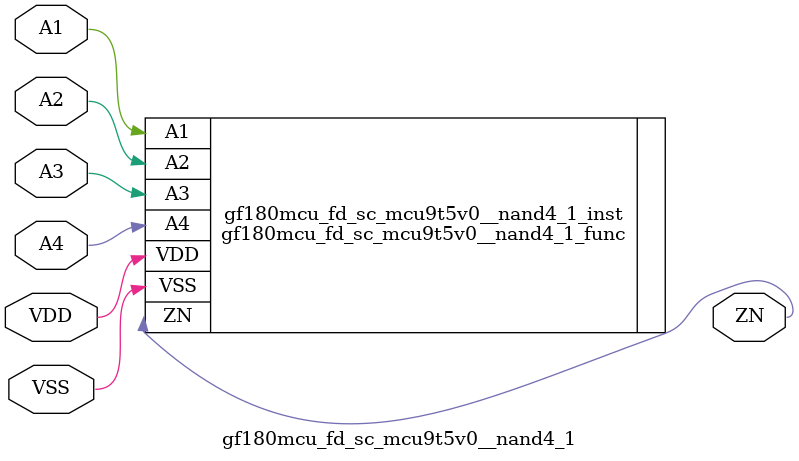
<source format=v>

module gf180mcu_fd_sc_mcu9t5v0__nand4_1( A4, ZN, A3, A2, A1, VDD, VSS );
input A1, A2, A3, A4;
inout VDD, VSS;
output ZN;

   `ifdef FUNCTIONAL  //  functional //

	gf180mcu_fd_sc_mcu9t5v0__nand4_1_func gf180mcu_fd_sc_mcu9t5v0__nand4_1_behav_inst(.A4(A4),.ZN(ZN),.A3(A3),.A2(A2),.A1(A1),.VDD(VDD),.VSS(VSS));

   `else

	gf180mcu_fd_sc_mcu9t5v0__nand4_1_func gf180mcu_fd_sc_mcu9t5v0__nand4_1_inst(.A4(A4),.ZN(ZN),.A3(A3),.A2(A2),.A1(A1),.VDD(VDD),.VSS(VSS));

	// spec_gates_begin


	// spec_gates_end



   specify

	// specify_block_begin

	// comb arc A1 --> ZN
	 (A1 => ZN) = (1.0,1.0);

	// comb arc A2 --> ZN
	 (A2 => ZN) = (1.0,1.0);

	// comb arc A3 --> ZN
	 (A3 => ZN) = (1.0,1.0);

	// comb arc A4 --> ZN
	 (A4 => ZN) = (1.0,1.0);

	// specify_block_end

   endspecify

   `endif

endmodule

</source>
